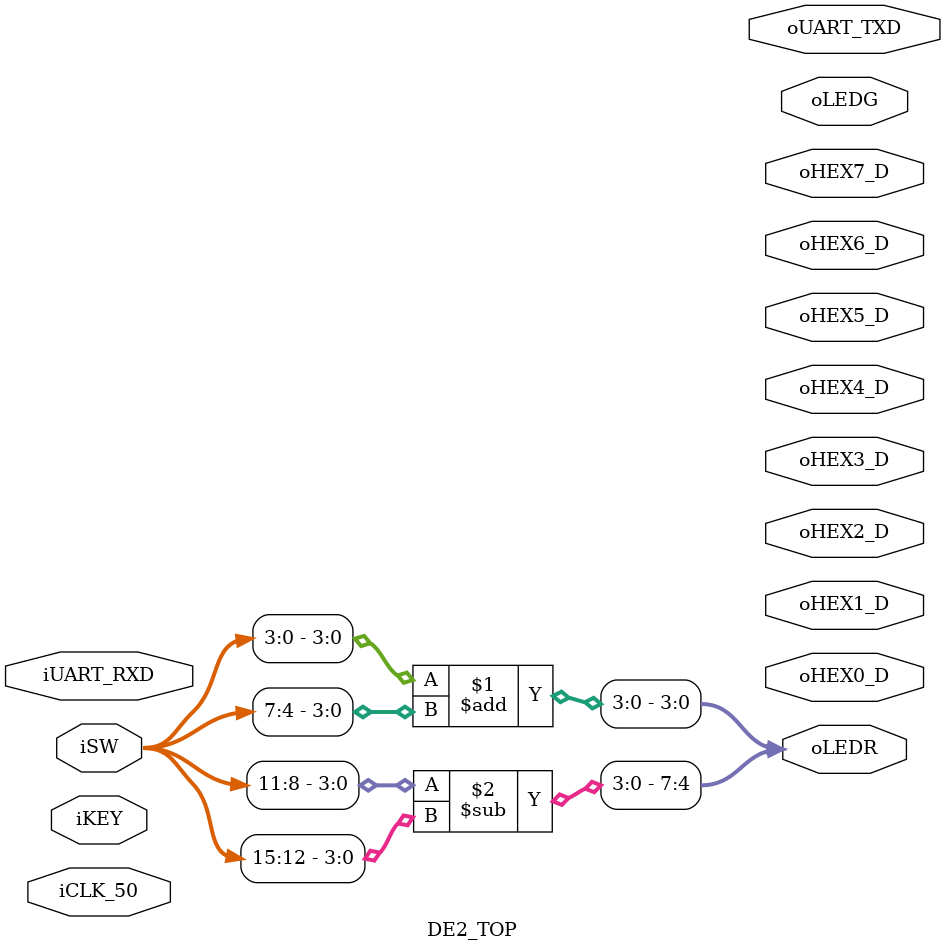
<source format=sv>


module DE2_TOP(
////////////////////////	Clock Input	 	////////////////////////
  input logic	iCLK_50,				//	50 MHz
////////////////////////	Push Button		////////////////////////
  input logic [3:0] iKEY,				//	Pushbutton[3:0]
////////////////////////	DPDT Switch		////////////////////////
  input logic [17:0] iSW,				//	Toggle Switch[17:0]
////////////////////////	7-SEG Dispaly	////////////////////////
  output logic [6:0] oHEX0_D,				//	Seven Segment Digit 0
  output logic [6:0] oHEX1_D,				//	Seven Segment Digit 1
  output logic [6:0] oHEX2_D,				//	Seven Segment Digit 2
  output logic [6:0] oHEX3_D,				//	Seven Segment Digit 3
  output logic [6:0] oHEX4_D,				//	Seven Segment Digit 4
  output logic [6:0] oHEX5_D,				//	Seven Segment Digit 5
  output logic [6:0] oHEX6_D,				//	Seven Segment Digit 6
  output logic [6:0] oHEX7_D,				//	Seven Segment Digit 7
////////////////////////////	LED		////////////////////////////
  output logic [8:0] oLEDG,				//	LED Green[8:0]
  output logic [17:0] oLEDR,				//	LED Red[17:0]
////////////////////////////	UART	////////////////////////////
  output logic oUART_TXD,				//	UART Transmitter
  input logic iUART_RXD					//	UART Receiver
);

//===========================================================================
// PARAMETER declarations
//===========================================================================


///////////////////////////////////////////////////////////////////
//=============================================================================
// REG/WIRE declarations
//=============================================================================



//=============================================================================
// Structural coding
//=============================================================================
  assign oLEDR[3:0] = iSW[3:0] + iSW[7:4];
  assign oLEDR[7:4] = iSW[11:8] - iSW[15:12];

endmodule


</source>
